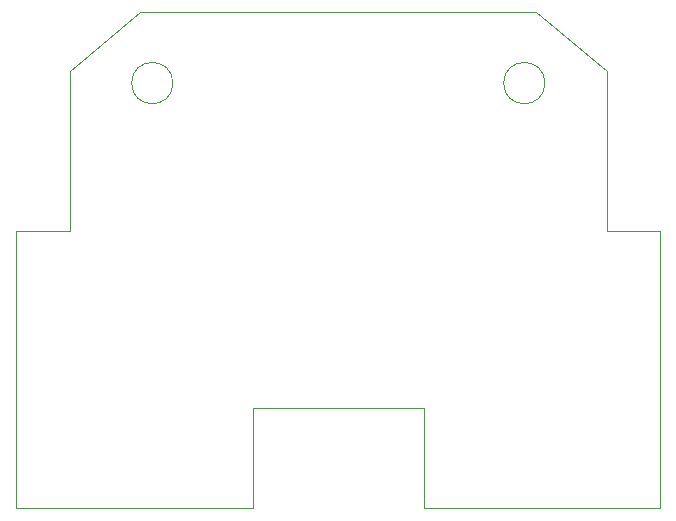
<source format=gbr>
%TF.GenerationSoftware,KiCad,Pcbnew,8.0.4*%
%TF.CreationDate,2024-11-17T18:03:45-05:00*%
%TF.ProjectId,snowglobe1,736e6f77-676c-46f6-9265-312e6b696361,rev?*%
%TF.SameCoordinates,Original*%
%TF.FileFunction,Profile,NP*%
%FSLAX46Y46*%
G04 Gerber Fmt 4.6, Leading zero omitted, Abs format (unit mm)*
G04 Created by KiCad (PCBNEW 8.0.4) date 2024-11-17 18:03:45*
%MOMM*%
%LPD*%
G01*
G04 APERTURE LIST*
%TA.AperFunction,Profile*%
%ADD10C,0.050000*%
%TD*%
G04 APERTURE END LIST*
D10*
X120250000Y-60500000D02*
G75*
G02*
X116750000Y-60500000I-1750000J0D01*
G01*
X116750000Y-60500000D02*
G75*
G02*
X120250000Y-60500000I1750000J0D01*
G01*
X157000000Y-59500000D02*
X157000000Y-73000000D01*
X161500000Y-73000000D01*
X161500000Y-96500000D01*
X141500000Y-96500000D01*
X141500000Y-88000000D01*
X134245311Y-88015871D01*
X127000000Y-88000000D01*
X127000000Y-96500000D01*
X107000000Y-96500000D01*
X107000000Y-73000000D01*
X111500000Y-73000000D01*
X111500000Y-59500000D01*
X117500000Y-54500000D01*
X151000000Y-54500000D01*
X157000000Y-59500000D01*
X151750000Y-60500000D02*
G75*
G02*
X148250000Y-60500000I-1750000J0D01*
G01*
X148250000Y-60500000D02*
G75*
G02*
X151750000Y-60500000I1750000J0D01*
G01*
M02*

</source>
